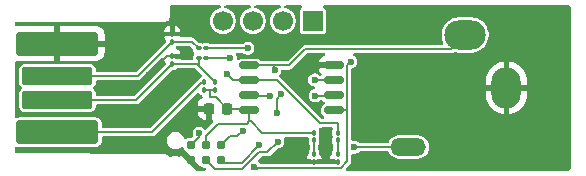
<source format=gbr>
%TF.GenerationSoftware,KiCad,Pcbnew,9.0.6*%
%TF.CreationDate,2025-12-12T19:26:18-08:00*%
%TF.ProjectId,iambic-controller-board,69616d62-6963-42d6-936f-6e74726f6c6c,1.0*%
%TF.SameCoordinates,Original*%
%TF.FileFunction,Copper,L1,Top*%
%TF.FilePolarity,Positive*%
%FSLAX46Y46*%
G04 Gerber Fmt 4.6, Leading zero omitted, Abs format (unit mm)*
G04 Created by KiCad (PCBNEW 9.0.6) date 2025-12-12 19:26:18*
%MOMM*%
%LPD*%
G01*
G04 APERTURE LIST*
G04 Aperture macros list*
%AMRoundRect*
0 Rectangle with rounded corners*
0 $1 Rounding radius*
0 $2 $3 $4 $5 $6 $7 $8 $9 X,Y pos of 4 corners*
0 Add a 4 corners polygon primitive as box body*
4,1,4,$2,$3,$4,$5,$6,$7,$8,$9,$2,$3,0*
0 Add four circle primitives for the rounded corners*
1,1,$1+$1,$2,$3*
1,1,$1+$1,$4,$5*
1,1,$1+$1,$6,$7*
1,1,$1+$1,$8,$9*
0 Add four rect primitives between the rounded corners*
20,1,$1+$1,$2,$3,$4,$5,0*
20,1,$1+$1,$4,$5,$6,$7,0*
20,1,$1+$1,$6,$7,$8,$9,0*
20,1,$1+$1,$8,$9,$2,$3,0*%
G04 Aperture macros list end*
%TA.AperFunction,SMDPad,CuDef*%
%ADD10RoundRect,0.225000X-0.225000X-0.250000X0.225000X-0.250000X0.225000X0.250000X-0.225000X0.250000X0*%
%TD*%
%TA.AperFunction,SMDPad,CuDef*%
%ADD11RoundRect,0.162500X0.650000X0.162500X-0.650000X0.162500X-0.650000X-0.162500X0.650000X-0.162500X0*%
%TD*%
%TA.AperFunction,SMDPad,CuDef*%
%ADD12RoundRect,0.100000X0.100000X-0.130000X0.100000X0.130000X-0.100000X0.130000X-0.100000X-0.130000X0*%
%TD*%
%TA.AperFunction,SMDPad,CuDef*%
%ADD13RoundRect,0.100000X-0.100000X0.130000X-0.100000X-0.130000X0.100000X-0.130000X0.100000X0.130000X0*%
%TD*%
%TA.AperFunction,SMDPad,CuDef*%
%ADD14RoundRect,0.100000X-0.130000X-0.100000X0.130000X-0.100000X0.130000X0.100000X-0.130000X0.100000X0*%
%TD*%
%TA.AperFunction,ComponentPad*%
%ADD15O,3.500000X2.500000*%
%TD*%
%TA.AperFunction,ComponentPad*%
%ADD16O,2.500000X3.500000*%
%TD*%
%TA.AperFunction,ComponentPad*%
%ADD17O,3.000000X1.500000*%
%TD*%
%TA.AperFunction,ComponentPad*%
%ADD18R,1.700000X1.700000*%
%TD*%
%TA.AperFunction,ComponentPad*%
%ADD19C,1.700000*%
%TD*%
%TA.AperFunction,ConnectorPad*%
%ADD20C,0.787400*%
%TD*%
%TA.AperFunction,SMDPad,CuDef*%
%ADD21RoundRect,0.300000X-3.200000X-0.700000X3.200000X-0.700000X3.200000X0.700000X-3.200000X0.700000X0*%
%TD*%
%TA.AperFunction,SMDPad,CuDef*%
%ADD22RoundRect,0.225000X-2.775000X-0.525000X2.775000X-0.525000X2.775000X0.525000X-2.775000X0.525000X0*%
%TD*%
%TA.AperFunction,ViaPad*%
%ADD23C,0.600000*%
%TD*%
%TA.AperFunction,Conductor*%
%ADD24C,0.200000*%
%TD*%
G04 APERTURE END LIST*
D10*
%TO.P,C5,2*%
%TO.N,VCC5V*%
X150350000Y-101750000D03*
%TO.P,C5,1*%
%TO.N,GND*%
X148800000Y-101750000D03*
%TD*%
D11*
%TO.P,U2,8,VCC*%
%TO.N,VCC5V*%
X152225000Y-101905000D03*
%TO.P,U2,7,PB2*%
%TO.N,/AUDIO_RING*%
X152225000Y-100635000D03*
%TO.P,U2,6,PB1*%
%TO.N,/MISO*%
X152225000Y-99365000D03*
%TO.P,U2,5,AREF/PB0*%
%TO.N,/AUDIO_TIP*%
X152225000Y-98095000D03*
%TO.P,U2,4,GND*%
%TO.N,GND*%
X159400000Y-98095000D03*
%TO.P,U2,3,XTAL2/PB4*%
%TO.N,/USB_DP*%
X159400000Y-99365000D03*
%TO.P,U2,2,XTAL1/PB3*%
%TO.N,/USB_DN*%
X159400000Y-100635000D03*
%TO.P,U2,1,~{RESET}/PB5*%
%TO.N,/RESET*%
X159400000Y-101905000D03*
%TD*%
D12*
%TO.P,D4,1,K*%
%TO.N,Net-(D4-K)*%
X157700000Y-104445000D03*
%TO.P,D4,2,A*%
%TO.N,VCC5V*%
X157700000Y-103805000D03*
%TD*%
D13*
%TO.P,R4,2*%
%TO.N,GND*%
X157700000Y-106245000D03*
%TO.P,R4,1*%
%TO.N,Net-(D4-K)*%
X157700000Y-105605000D03*
%TD*%
D14*
%TO.P,R3,1*%
%TO.N,Net-(D2-K)*%
X147930000Y-96650000D03*
%TO.P,R3,2*%
%TO.N,/USB_DP*%
X148570000Y-96650000D03*
%TD*%
D12*
%TO.P,D3,1,K*%
%TO.N,Net-(D3-K)*%
X145700000Y-97970000D03*
%TO.P,D3,2,A*%
%TO.N,GND*%
X145700000Y-97330000D03*
%TD*%
%TO.P,D5,1,K*%
%TO.N,Net-(D5-K)*%
X159700000Y-104445000D03*
%TO.P,D5,2,A*%
%TO.N,/MISO*%
X159700000Y-103805000D03*
%TD*%
D13*
%TO.P,R5,1*%
%TO.N,Net-(D5-K)*%
X159700000Y-105605000D03*
%TO.P,R5,2*%
%TO.N,GND*%
X159700000Y-106245000D03*
%TD*%
D14*
%TO.P,R2,1*%
%TO.N,Net-(D3-K)*%
X147930000Y-97475000D03*
%TO.P,R2,2*%
%TO.N,/USB_DN*%
X148570000Y-97475000D03*
%TD*%
D12*
%TO.P,R1,1*%
%TO.N,VCC5V*%
X149350000Y-100175000D03*
%TO.P,R1,2*%
%TO.N,Net-(D3-K)*%
X149350000Y-99535000D03*
%TD*%
D15*
%TO.P,J2,T*%
%TO.N,/AUDIO_TIP*%
X170500000Y-95500000D03*
D16*
%TO.P,J2,S*%
%TO.N,GND*%
X174000000Y-100000000D03*
D17*
%TO.P,J2,R*%
%TO.N,/AUDIO_RING*%
X165700000Y-105000000D03*
%TD*%
D18*
%TO.P,J1,1,Pin_1*%
%TO.N,/RESET*%
X157600000Y-94325000D03*
D19*
%TO.P,J1,2,Pin_2*%
%TO.N,/USB_DP*%
X155060000Y-94325000D03*
%TO.P,J1,3,Pin_3*%
%TO.N,/USB_DN*%
X152520000Y-94325000D03*
%TO.P,J1,4,Pin_4*%
%TO.N,/MISO*%
X149980000Y-94325000D03*
%TD*%
D12*
%TO.P,D2,1,K*%
%TO.N,Net-(D2-K)*%
X145700000Y-96070000D03*
%TO.P,D2,2,A*%
%TO.N,GND*%
X145700000Y-95430000D03*
%TD*%
%TO.P,D1,1,K*%
%TO.N,VCC5V*%
X148400000Y-100165000D03*
%TO.P,D1,2,A*%
%TO.N,Net-(D1-A)*%
X148400000Y-99525000D03*
%TD*%
D20*
%TO.P,J3,6,Pin_6*%
%TO.N,GND*%
X147255000Y-106110000D03*
%TO.P,J3,5,Pin_5*%
%TO.N,/RESET*%
X147255000Y-104840000D03*
%TO.P,J3,4,Pin_4*%
%TO.N,/AUDIO_TIP*%
X148525000Y-106110000D03*
%TO.P,J3,3,Pin_3*%
%TO.N,VCC5V*%
X148525000Y-104840000D03*
%TO.P,J3,2,Pin_2*%
%TO.N,/AUDIO_RING*%
X149795000Y-106110000D03*
%TO.P,J3,1,Pin_1*%
%TO.N,/MISO*%
X149795000Y-104840000D03*
%TD*%
D21*
%TO.P,U1,4,GND*%
%TO.N,GND*%
X135975000Y-96250000D03*
D22*
%TO.P,U1,3,D+*%
%TO.N,Net-(D2-K)*%
X135975000Y-99000000D03*
%TO.P,U1,2,D-*%
%TO.N,Net-(D3-K)*%
X135975000Y-101000000D03*
D21*
%TO.P,U1,1,VBUS*%
%TO.N,Net-(D1-A)*%
X135975000Y-103750000D03*
%TD*%
D23*
%TO.N,GND*%
X146450000Y-102375000D03*
%TO.N,/AUDIO_TIP*%
X154552378Y-102097622D03*
X154927378Y-100522622D03*
X154375000Y-98500000D03*
X154650000Y-104550000D03*
%TO.N,GND*%
X156975000Y-106183500D03*
%TO.N,/AUDIO_RING*%
X153025000Y-104870000D03*
%TO.N,GND*%
X158000000Y-98100000D03*
%TO.N,/AUDIO_RING*%
X161105000Y-105025000D03*
%TO.N,/RESET*%
X160825000Y-97775000D03*
%TO.N,GND*%
X143700000Y-98925000D03*
X144300000Y-96275000D03*
%TO.N,/RESET*%
X152650000Y-106700000D03*
X147975000Y-103850000D03*
%TO.N,/AUDIO_RING*%
X153950000Y-100675000D03*
%TO.N,/MISO*%
X151650000Y-103675000D03*
X150325000Y-98850000D03*
%TO.N,/USB_DN*%
X157825000Y-100650000D03*
X150600000Y-97425000D03*
%TO.N,/USB_DP*%
X157750000Y-99325000D03*
X152100000Y-96650000D03*
%TD*%
D24*
%TO.N,GND*%
X143700000Y-98925000D02*
X145295000Y-97330000D01*
X145295000Y-97330000D02*
X145700000Y-97330000D01*
%TO.N,VCC5V*%
X152225000Y-102825000D02*
X152000000Y-103050000D01*
%TO.N,GND*%
X145138700Y-103686300D02*
X146450000Y-102375000D01*
%TO.N,VCC5V*%
X152350000Y-102825000D02*
X153337500Y-103812500D01*
X152225000Y-101905000D02*
X152225000Y-102825000D01*
X152225000Y-102825000D02*
X152350000Y-102825000D01*
%TO.N,GND*%
X145700000Y-95430000D02*
X145145000Y-95430000D01*
X145145000Y-95430000D02*
X144300000Y-96275000D01*
X144300000Y-96275000D02*
X139950000Y-96275000D01*
X139925000Y-96250000D02*
X135975000Y-96250000D01*
X144300000Y-96275000D02*
X144300000Y-96185000D01*
X139950000Y-96275000D02*
X139925000Y-96250000D01*
%TO.N,/AUDIO_TIP*%
X148525000Y-106110000D02*
X149314000Y-106899000D01*
X154552378Y-102097622D02*
X154552378Y-100897622D01*
X154350000Y-98095000D02*
X152225000Y-98095000D01*
X154375000Y-98500000D02*
X154350000Y-98475000D01*
X154552378Y-100897622D02*
X154927378Y-100522622D01*
X151629341Y-106899000D02*
X153077341Y-105451000D01*
X153077341Y-105451000D02*
X153749000Y-105451000D01*
X153749000Y-105451000D02*
X154650000Y-104550000D01*
X149314000Y-106899000D02*
X151629341Y-106899000D01*
X154350000Y-98475000D02*
X154350000Y-98095000D01*
%TO.N,/AUDIO_RING*%
X153025000Y-104870000D02*
X151573700Y-106321300D01*
X151573700Y-106321300D02*
X150006300Y-106321300D01*
X150006300Y-106321300D02*
X149795000Y-106110000D01*
%TO.N,GND*%
X157044000Y-106252500D02*
X156975000Y-106183500D01*
%TO.N,/MISO*%
X151650000Y-103675000D02*
X151225000Y-104100000D01*
X151225000Y-104100000D02*
X150600000Y-104100000D01*
X150600000Y-104100000D02*
X149860000Y-104840000D01*
X149860000Y-104840000D02*
X149795000Y-104840000D01*
%TO.N,GND*%
X159400000Y-98095000D02*
X158005000Y-98095000D01*
X158005000Y-98095000D02*
X158000000Y-98100000D01*
%TO.N,/AUDIO_RING*%
X161130000Y-105000000D02*
X161105000Y-105025000D01*
X165700000Y-105000000D02*
X161130000Y-105000000D01*
%TO.N,/RESET*%
X160525000Y-98075000D02*
X160525000Y-101900000D01*
X159400000Y-101905000D02*
X160520000Y-101905000D01*
X160520000Y-101905000D02*
X160525000Y-101900000D01*
X160525000Y-106191586D02*
X159953086Y-106763500D01*
X159953086Y-106763500D02*
X152713500Y-106763500D01*
X160825000Y-97775000D02*
X160525000Y-98075000D01*
X160525000Y-101900000D02*
X160525000Y-106191586D01*
X152713500Y-106763500D02*
X152650000Y-106700000D01*
%TO.N,GND*%
X148800000Y-101750000D02*
X147075000Y-101750000D01*
X147075000Y-101750000D02*
X146450000Y-102375000D01*
X147255000Y-106110000D02*
X146450300Y-105305300D01*
X146450300Y-105305300D02*
X145634451Y-105305300D01*
X145138700Y-104809549D02*
X145138700Y-103686300D01*
X145634451Y-105305300D02*
X145138700Y-104809549D01*
%TO.N,/RESET*%
X152849000Y-106899000D02*
X152650000Y-106700000D01*
X147975000Y-103850000D02*
X147975000Y-104120000D01*
X147975000Y-104120000D02*
X147255000Y-104840000D01*
%TO.N,GND*%
X157707500Y-106237500D02*
X157700000Y-106245000D01*
%TO.N,Net-(D4-K)*%
X157700000Y-104445000D02*
X157700000Y-105605000D01*
%TO.N,Net-(D5-K)*%
X159700000Y-104445000D02*
X159700000Y-105605000D01*
%TO.N,VCC5V*%
X148530000Y-104070000D02*
X148530000Y-104835000D01*
X152000000Y-103050000D02*
X149550000Y-103050000D01*
X148530000Y-104835000D02*
X148525000Y-104840000D01*
X149550000Y-103050000D02*
X148530000Y-104070000D01*
%TO.N,/AUDIO_RING*%
X153950000Y-100675000D02*
X152265000Y-100675000D01*
X152265000Y-100675000D02*
X152225000Y-100635000D01*
%TO.N,/AUDIO_TIP*%
X169300000Y-96700000D02*
X156975000Y-96700000D01*
X170500000Y-95500000D02*
X169300000Y-96700000D01*
X156975000Y-96700000D02*
X155580000Y-98095000D01*
X155580000Y-98095000D02*
X154350000Y-98095000D01*
%TO.N,/MISO*%
X158250000Y-102975000D02*
X159700000Y-102975000D01*
X158225000Y-103000000D02*
X158250000Y-102975000D01*
X152225000Y-99365000D02*
X154590000Y-99365000D01*
X154590000Y-99365000D02*
X158225000Y-103000000D01*
X159700000Y-102975000D02*
X159700000Y-103805000D01*
X150325000Y-98850000D02*
X150840000Y-99365000D01*
X150840000Y-99365000D02*
X152225000Y-99365000D01*
%TO.N,/USB_DN*%
X148570000Y-97475000D02*
X150550000Y-97475000D01*
X157825000Y-100650000D02*
X159385000Y-100650000D01*
X150550000Y-97475000D02*
X150600000Y-97425000D01*
X159385000Y-100650000D02*
X159400000Y-100635000D01*
%TO.N,/USB_DP*%
X148570000Y-96650000D02*
X152100000Y-96650000D01*
X157750000Y-99325000D02*
X159360000Y-99325000D01*
X159360000Y-99325000D02*
X159400000Y-99365000D01*
%TO.N,Net-(D2-K)*%
X145700000Y-96070000D02*
X147350000Y-96070000D01*
X147350000Y-96070000D02*
X147930000Y-96650000D01*
%TO.N,Net-(D3-K)*%
X149350000Y-99535000D02*
X147930000Y-98115000D01*
X147930000Y-98115000D02*
X147930000Y-97475000D01*
%TO.N,Net-(D2-K)*%
X135975000Y-99000000D02*
X142770000Y-99000000D01*
X142770000Y-99000000D02*
X145700000Y-96070000D01*
%TO.N,Net-(D3-K)*%
X135975000Y-101000000D02*
X142670000Y-101000000D01*
X142670000Y-101000000D02*
X145700000Y-97970000D01*
%TO.N,VCC5V*%
X150350000Y-101750000D02*
X152070000Y-101750000D01*
X152070000Y-101750000D02*
X152225000Y-101905000D01*
X148875000Y-100165000D02*
X148875000Y-100800000D01*
X148400000Y-100165000D02*
X148875000Y-100165000D01*
X148875000Y-100800000D02*
X149400000Y-100800000D01*
X149400000Y-100800000D02*
X150350000Y-101750000D01*
X148875000Y-100165000D02*
X149340000Y-100165000D01*
X149340000Y-100165000D02*
X149350000Y-100175000D01*
%TO.N,Net-(D1-A)*%
X135975000Y-103750000D02*
X143975001Y-103750000D01*
X143975001Y-103750000D02*
X148200001Y-99525000D01*
X148200001Y-99525000D02*
X148400000Y-99525000D01*
%TO.N,Net-(D3-K)*%
X147785000Y-97970000D02*
X145700000Y-97970000D01*
X147930000Y-98115000D02*
X147785000Y-97970000D01*
%TO.N,VCC5V*%
X153345000Y-103805000D02*
X157700000Y-103805000D01*
X153337500Y-103812500D02*
X153345000Y-103805000D01*
%TO.N,GND*%
X157700000Y-106245000D02*
X159700000Y-106245000D01*
X157036500Y-106245000D02*
X156975000Y-106183500D01*
X157700000Y-106245000D02*
X157036500Y-106245000D01*
%TD*%
%TA.AperFunction,Conductor*%
%TO.N,GND*%
G36*
X147923264Y-100399931D02*
G01*
X147979197Y-100441803D01*
X147991328Y-100461648D01*
X148010802Y-100501483D01*
X148010803Y-100501485D01*
X148093514Y-100584196D01*
X148093515Y-100584196D01*
X148093517Y-100584198D01*
X148198607Y-100635573D01*
X148198608Y-100635573D01*
X148202041Y-100636634D01*
X148205593Y-100638988D01*
X148207258Y-100639802D01*
X148207151Y-100640020D01*
X148260282Y-100675231D01*
X148288411Y-100739188D01*
X148277496Y-100808200D01*
X148231003Y-100860356D01*
X148230535Y-100860646D01*
X148122268Y-100927426D01*
X148002427Y-101047267D01*
X148002424Y-101047271D01*
X147913457Y-101191507D01*
X147913452Y-101191518D01*
X147860144Y-101352393D01*
X147850000Y-101451677D01*
X147850000Y-101500000D01*
X148676000Y-101500000D01*
X148743039Y-101519685D01*
X148788794Y-101572489D01*
X148800000Y-101624000D01*
X148800000Y-101750000D01*
X148926000Y-101750000D01*
X148993039Y-101769685D01*
X149038794Y-101822489D01*
X149050000Y-101874000D01*
X149050000Y-102724999D01*
X149073296Y-102724999D01*
X149073804Y-102724973D01*
X149073913Y-102724999D01*
X149076470Y-102724999D01*
X149076470Y-102725609D01*
X149141762Y-102741205D01*
X149190157Y-102791601D01*
X149203622Y-102860161D01*
X149177884Y-102925117D01*
X149167824Y-102936492D01*
X148591601Y-103512715D01*
X148530278Y-103546200D01*
X148460586Y-103541216D01*
X148416239Y-103512715D01*
X148313017Y-103409493D01*
X148313011Y-103409488D01*
X148187488Y-103337017D01*
X148187489Y-103337017D01*
X148150146Y-103327011D01*
X148047475Y-103299500D01*
X147902525Y-103299500D01*
X147799854Y-103327011D01*
X147762511Y-103337017D01*
X147636988Y-103409488D01*
X147636982Y-103409493D01*
X147534493Y-103511982D01*
X147534488Y-103511988D01*
X147462017Y-103637511D01*
X147462016Y-103637515D01*
X147424500Y-103777525D01*
X147424500Y-103922475D01*
X147455025Y-104036393D01*
X147456227Y-104040879D01*
X147454564Y-104110729D01*
X147415402Y-104168592D01*
X147351173Y-104196096D01*
X147324301Y-104196376D01*
X147318451Y-104195800D01*
X147318448Y-104195800D01*
X147191552Y-104195800D01*
X147191547Y-104195800D01*
X147067101Y-104220554D01*
X147067089Y-104220557D01*
X146949860Y-104269115D01*
X146889880Y-104309192D01*
X146823202Y-104330069D01*
X146755822Y-104311584D01*
X146709133Y-104259605D01*
X146702327Y-104242077D01*
X146702141Y-104241465D01*
X146702140Y-104241458D01*
X146654685Y-104126892D01*
X146645921Y-104105733D01*
X146645916Y-104105724D01*
X146564301Y-103983580D01*
X146564298Y-103983576D01*
X146460423Y-103879701D01*
X146460419Y-103879698D01*
X146338275Y-103798083D01*
X146338266Y-103798078D01*
X146227611Y-103752244D01*
X146202542Y-103741860D01*
X146202538Y-103741859D01*
X146202534Y-103741858D01*
X146058459Y-103713200D01*
X146058455Y-103713200D01*
X145911545Y-103713200D01*
X145911540Y-103713200D01*
X145767465Y-103741858D01*
X145767455Y-103741861D01*
X145631733Y-103798078D01*
X145631724Y-103798083D01*
X145509580Y-103879698D01*
X145509576Y-103879701D01*
X145405701Y-103983576D01*
X145405698Y-103983580D01*
X145324083Y-104105724D01*
X145324078Y-104105733D01*
X145267861Y-104241455D01*
X145267858Y-104241465D01*
X145239200Y-104385540D01*
X145239200Y-104532459D01*
X145267858Y-104676534D01*
X145267861Y-104676544D01*
X145324078Y-104812266D01*
X145324083Y-104812275D01*
X145405698Y-104934419D01*
X145405701Y-104934423D01*
X145509576Y-105038298D01*
X145509580Y-105038301D01*
X145631724Y-105119916D01*
X145631730Y-105119919D01*
X145631731Y-105119920D01*
X145767458Y-105176140D01*
X145911540Y-105204799D01*
X145911544Y-105204800D01*
X145911545Y-105204800D01*
X146058456Y-105204800D01*
X146058457Y-105204799D01*
X146202542Y-105176140D01*
X146338269Y-105119920D01*
X146460420Y-105038301D01*
X146460423Y-105038298D01*
X146465091Y-105034468D01*
X146529400Y-105007152D01*
X146598268Y-105018941D01*
X146649829Y-105066091D01*
X146658320Y-105082865D01*
X146684117Y-105145144D01*
X146754613Y-105250649D01*
X146754619Y-105250657D01*
X146781627Y-105277665D01*
X146788133Y-105289580D01*
X147218681Y-105720127D01*
X147252166Y-105781450D01*
X147255000Y-105807808D01*
X147255000Y-106110000D01*
X147557192Y-106110000D01*
X147624231Y-106129685D01*
X147644873Y-106146319D01*
X148067465Y-106568912D01*
X148087333Y-106583371D01*
X148114342Y-106610380D01*
X148114350Y-106610386D01*
X148219855Y-106680882D01*
X148219858Y-106680884D01*
X148337089Y-106729442D01*
X148337094Y-106729444D01*
X148393580Y-106740679D01*
X148459956Y-106753883D01*
X148521867Y-106786268D01*
X148556441Y-106846983D01*
X148552702Y-106916753D01*
X148511836Y-106973425D01*
X148446818Y-106999006D01*
X148435765Y-106999500D01*
X147813993Y-106999500D01*
X147746954Y-106979815D01*
X147701199Y-106927011D01*
X147697747Y-106906301D01*
X146469064Y-105677618D01*
X146463013Y-105686675D01*
X146441496Y-105738622D01*
X146397654Y-105793025D01*
X146331360Y-105815089D01*
X146279483Y-105805729D01*
X146202548Y-105773862D01*
X146202544Y-105773860D01*
X146202542Y-105773860D01*
X146202538Y-105773859D01*
X146202534Y-105773858D01*
X146058459Y-105745200D01*
X146058455Y-105745200D01*
X145911545Y-105745200D01*
X145911540Y-105745200D01*
X145767465Y-105773858D01*
X145767455Y-105773861D01*
X145631733Y-105830078D01*
X145631719Y-105830086D01*
X145590789Y-105857435D01*
X145578804Y-105861187D01*
X145568999Y-105869040D01*
X145546089Y-105871431D01*
X145524112Y-105878313D01*
X145511999Y-105874989D01*
X145499507Y-105876294D01*
X145478943Y-105865921D01*
X145456732Y-105859828D01*
X145446842Y-105849728D01*
X145437124Y-105844827D01*
X145416948Y-105819203D01*
X145415063Y-105817278D01*
X145414553Y-105816413D01*
X145402834Y-105795752D01*
X145401705Y-105794606D01*
X145400774Y-105793025D01*
X145400572Y-105792758D01*
X145355608Y-105747794D01*
X145354941Y-105747122D01*
X145310364Y-105701859D01*
X145308517Y-105700419D01*
X145308516Y-105700418D01*
X145307411Y-105699556D01*
X145252342Y-105667762D01*
X145251525Y-105667286D01*
X145201312Y-105637782D01*
X145196741Y-105635096D01*
X145196740Y-105635095D01*
X145196739Y-105635095D01*
X145194546Y-105634167D01*
X145194545Y-105634166D01*
X145193290Y-105633635D01*
X145131821Y-105617163D01*
X145131821Y-105617164D01*
X145131284Y-105617020D01*
X145069711Y-105600018D01*
X145067773Y-105600003D01*
X145065896Y-105599500D01*
X145065892Y-105599500D01*
X145002276Y-105599500D01*
X145001329Y-105599496D01*
X132523553Y-105504245D01*
X132456666Y-105484050D01*
X132411316Y-105430898D01*
X132400500Y-105380249D01*
X132400500Y-105076268D01*
X132420185Y-105009229D01*
X132472989Y-104963474D01*
X132542147Y-104953530D01*
X132569986Y-104960912D01*
X132643436Y-104989877D01*
X132731898Y-105000500D01*
X132731903Y-105000500D01*
X139218097Y-105000500D01*
X139218102Y-105000500D01*
X139306564Y-104989877D01*
X139447342Y-104934361D01*
X139567922Y-104842922D01*
X139659361Y-104722342D01*
X139714877Y-104581564D01*
X139725500Y-104493102D01*
X139725500Y-104224500D01*
X139745185Y-104157461D01*
X139797989Y-104111706D01*
X139849500Y-104100500D01*
X144021143Y-104100500D01*
X144021145Y-104100500D01*
X144110289Y-104076614D01*
X144190213Y-104030470D01*
X146172360Y-102048322D01*
X147850001Y-102048322D01*
X147860144Y-102147607D01*
X147913452Y-102308481D01*
X147913457Y-102308492D01*
X148002424Y-102452728D01*
X148002427Y-102452732D01*
X148122267Y-102572572D01*
X148122271Y-102572575D01*
X148266507Y-102661542D01*
X148266518Y-102661547D01*
X148427393Y-102714855D01*
X148526683Y-102724999D01*
X148550000Y-102724998D01*
X148550000Y-102000000D01*
X147850001Y-102000000D01*
X147850001Y-102048322D01*
X146172360Y-102048322D01*
X147792251Y-100428430D01*
X147853572Y-100394947D01*
X147923264Y-100399931D01*
G37*
%TD.AperFunction*%
%TA.AperFunction,Conductor*%
G36*
X149799141Y-93020185D02*
G01*
X149844896Y-93072989D01*
X149854840Y-93142147D01*
X149825815Y-93205703D01*
X149767037Y-93243477D01*
X149751499Y-93246973D01*
X149722303Y-93251596D01*
X149722302Y-93251597D01*
X149557552Y-93305128D01*
X149403211Y-93383768D01*
X149334613Y-93433608D01*
X149263072Y-93485586D01*
X149263070Y-93485588D01*
X149263069Y-93485588D01*
X149140588Y-93608069D01*
X149140588Y-93608070D01*
X149140586Y-93608072D01*
X149096859Y-93668256D01*
X149038768Y-93748211D01*
X148960128Y-93902552D01*
X148906597Y-94067302D01*
X148879500Y-94238389D01*
X148879500Y-94411610D01*
X148897061Y-94522490D01*
X148906598Y-94582701D01*
X148960127Y-94747445D01*
X149038768Y-94901788D01*
X149140586Y-95041928D01*
X149263072Y-95164414D01*
X149403212Y-95266232D01*
X149557555Y-95344873D01*
X149722299Y-95398402D01*
X149893389Y-95425500D01*
X149893390Y-95425500D01*
X150066610Y-95425500D01*
X150066611Y-95425500D01*
X150237701Y-95398402D01*
X150402445Y-95344873D01*
X150556788Y-95266232D01*
X150696928Y-95164414D01*
X150819414Y-95041928D01*
X150921232Y-94901788D01*
X150999873Y-94747445D01*
X151053402Y-94582701D01*
X151080500Y-94411611D01*
X151080500Y-94238389D01*
X151053402Y-94067299D01*
X150999873Y-93902555D01*
X150921232Y-93748212D01*
X150819414Y-93608072D01*
X150696928Y-93485586D01*
X150556788Y-93383768D01*
X150402445Y-93305127D01*
X150237701Y-93251598D01*
X150237699Y-93251597D01*
X150237697Y-93251597D01*
X150237696Y-93251596D01*
X150208501Y-93246973D01*
X150145366Y-93217044D01*
X150108434Y-93157733D01*
X150109432Y-93087870D01*
X150148041Y-93029637D01*
X150212005Y-93001523D01*
X150227898Y-93000500D01*
X152272102Y-93000500D01*
X152339141Y-93020185D01*
X152384896Y-93072989D01*
X152394840Y-93142147D01*
X152365815Y-93205703D01*
X152307037Y-93243477D01*
X152291499Y-93246973D01*
X152262303Y-93251596D01*
X152262302Y-93251597D01*
X152097552Y-93305128D01*
X151943211Y-93383768D01*
X151874613Y-93433608D01*
X151803072Y-93485586D01*
X151803070Y-93485588D01*
X151803069Y-93485588D01*
X151680588Y-93608069D01*
X151680588Y-93608070D01*
X151680586Y-93608072D01*
X151636859Y-93668256D01*
X151578768Y-93748211D01*
X151500128Y-93902552D01*
X151446597Y-94067302D01*
X151419500Y-94238389D01*
X151419500Y-94411610D01*
X151437061Y-94522490D01*
X151446598Y-94582701D01*
X151500127Y-94747445D01*
X151578768Y-94901788D01*
X151680586Y-95041928D01*
X151803072Y-95164414D01*
X151943212Y-95266232D01*
X152097555Y-95344873D01*
X152262299Y-95398402D01*
X152433389Y-95425500D01*
X152433390Y-95425500D01*
X152606610Y-95425500D01*
X152606611Y-95425500D01*
X152777701Y-95398402D01*
X152942445Y-95344873D01*
X153096788Y-95266232D01*
X153236928Y-95164414D01*
X153359414Y-95041928D01*
X153461232Y-94901788D01*
X153539873Y-94747445D01*
X153593402Y-94582701D01*
X153620500Y-94411611D01*
X153620500Y-94238389D01*
X153593402Y-94067299D01*
X153539873Y-93902555D01*
X153461232Y-93748212D01*
X153359414Y-93608072D01*
X153236928Y-93485586D01*
X153096788Y-93383768D01*
X152942445Y-93305127D01*
X152777701Y-93251598D01*
X152777699Y-93251597D01*
X152777697Y-93251597D01*
X152777696Y-93251596D01*
X152748501Y-93246973D01*
X152685366Y-93217044D01*
X152648434Y-93157733D01*
X152649432Y-93087870D01*
X152688041Y-93029637D01*
X152752005Y-93001523D01*
X152767898Y-93000500D01*
X154812102Y-93000500D01*
X154879141Y-93020185D01*
X154924896Y-93072989D01*
X154934840Y-93142147D01*
X154905815Y-93205703D01*
X154847037Y-93243477D01*
X154831499Y-93246973D01*
X154802303Y-93251596D01*
X154802302Y-93251597D01*
X154637552Y-93305128D01*
X154483211Y-93383768D01*
X154414613Y-93433608D01*
X154343072Y-93485586D01*
X154343070Y-93485588D01*
X154343069Y-93485588D01*
X154220588Y-93608069D01*
X154220588Y-93608070D01*
X154220586Y-93608072D01*
X154176859Y-93668256D01*
X154118768Y-93748211D01*
X154040128Y-93902552D01*
X153986597Y-94067302D01*
X153959500Y-94238389D01*
X153959500Y-94411610D01*
X153977061Y-94522490D01*
X153986598Y-94582701D01*
X154040127Y-94747445D01*
X154118768Y-94901788D01*
X154220586Y-95041928D01*
X154343072Y-95164414D01*
X154483212Y-95266232D01*
X154637555Y-95344873D01*
X154802299Y-95398402D01*
X154973389Y-95425500D01*
X154973390Y-95425500D01*
X155146610Y-95425500D01*
X155146611Y-95425500D01*
X155317701Y-95398402D01*
X155482445Y-95344873D01*
X155636788Y-95266232D01*
X155776928Y-95164414D01*
X155899414Y-95041928D01*
X156001232Y-94901788D01*
X156079873Y-94747445D01*
X156133402Y-94582701D01*
X156160500Y-94411611D01*
X156160500Y-94238389D01*
X156133402Y-94067299D01*
X156079873Y-93902555D01*
X156001232Y-93748212D01*
X155899414Y-93608072D01*
X155776928Y-93485586D01*
X155636788Y-93383768D01*
X155482445Y-93305127D01*
X155317701Y-93251598D01*
X155317699Y-93251597D01*
X155317697Y-93251597D01*
X155317696Y-93251596D01*
X155288501Y-93246973D01*
X155225366Y-93217044D01*
X155188434Y-93157733D01*
X155189432Y-93087870D01*
X155228041Y-93029637D01*
X155292005Y-93001523D01*
X155307898Y-93000500D01*
X156604741Y-93000500D01*
X156671780Y-93020185D01*
X156717535Y-93072989D01*
X156727479Y-93142147D01*
X156698454Y-93205703D01*
X156662163Y-93231872D01*
X156662415Y-93232249D01*
X156652260Y-93239033D01*
X156652260Y-93239034D01*
X156622863Y-93258676D01*
X156569399Y-93294399D01*
X156514033Y-93377260D01*
X156514032Y-93377264D01*
X156499500Y-93450321D01*
X156499500Y-95199678D01*
X156514032Y-95272735D01*
X156514033Y-95272739D01*
X156514034Y-95272740D01*
X156569399Y-95355601D01*
X156652260Y-95410966D01*
X156652264Y-95410967D01*
X156725321Y-95425499D01*
X156725324Y-95425500D01*
X156725326Y-95425500D01*
X158474676Y-95425500D01*
X158474677Y-95425499D01*
X158547740Y-95410966D01*
X158630601Y-95355601D01*
X158685966Y-95272740D01*
X158700500Y-95199674D01*
X158700500Y-93450326D01*
X158700500Y-93450323D01*
X158700499Y-93450321D01*
X158685967Y-93377264D01*
X158685966Y-93377260D01*
X158630601Y-93294399D01*
X158547740Y-93239034D01*
X158547739Y-93239033D01*
X158537585Y-93232249D01*
X158538203Y-93231322D01*
X158493402Y-93195219D01*
X158471338Y-93128924D01*
X158488618Y-93061225D01*
X158539756Y-93013615D01*
X158595259Y-93000500D01*
X179241324Y-93000500D01*
X179270764Y-93009144D01*
X179300751Y-93015668D01*
X179305766Y-93019422D01*
X179308363Y-93020185D01*
X179329005Y-93036819D01*
X179463181Y-93170995D01*
X179496666Y-93232318D01*
X179499500Y-93258676D01*
X179499500Y-106741324D01*
X179479815Y-106808363D01*
X179463181Y-106829005D01*
X179329005Y-106963181D01*
X179267682Y-106996666D01*
X179241324Y-106999500D01*
X160512130Y-106999500D01*
X160445091Y-106979815D01*
X160399336Y-106927011D01*
X160389392Y-106857853D01*
X160418417Y-106794297D01*
X160424449Y-106787819D01*
X160601888Y-106610380D01*
X160805470Y-106406798D01*
X160851614Y-106326874D01*
X160875500Y-106237729D01*
X160875500Y-106145442D01*
X160875500Y-105695024D01*
X160895185Y-105627985D01*
X160947989Y-105582230D01*
X161017147Y-105572286D01*
X161031581Y-105575247D01*
X161032525Y-105575500D01*
X161032530Y-105575500D01*
X161177472Y-105575500D01*
X161177475Y-105575500D01*
X161317485Y-105537984D01*
X161443015Y-105465509D01*
X161521706Y-105386818D01*
X161583030Y-105353334D01*
X161609387Y-105350500D01*
X163929395Y-105350500D01*
X163996434Y-105370185D01*
X164042189Y-105422989D01*
X164043939Y-105427009D01*
X164059887Y-105465509D01*
X164063367Y-105473912D01*
X164063371Y-105473919D01*
X164172860Y-105637782D01*
X164312214Y-105777136D01*
X164312218Y-105777139D01*
X164476079Y-105886628D01*
X164476092Y-105886635D01*
X164649276Y-105958369D01*
X164658165Y-105962051D01*
X164658169Y-105962051D01*
X164658170Y-105962052D01*
X164851456Y-106000500D01*
X164851459Y-106000500D01*
X166548543Y-106000500D01*
X166697851Y-105970800D01*
X166741835Y-105962051D01*
X166923914Y-105886632D01*
X167087782Y-105777139D01*
X167227139Y-105637782D01*
X167336632Y-105473914D01*
X167340114Y-105465509D01*
X167366608Y-105401545D01*
X167412051Y-105291835D01*
X167435064Y-105176141D01*
X167450500Y-105098543D01*
X167450500Y-104901456D01*
X167412052Y-104708170D01*
X167412051Y-104708169D01*
X167412051Y-104708165D01*
X167412049Y-104708160D01*
X167336635Y-104526092D01*
X167336628Y-104526079D01*
X167227139Y-104362218D01*
X167227136Y-104362214D01*
X167087785Y-104222863D01*
X167087781Y-104222860D01*
X166923920Y-104113371D01*
X166923907Y-104113364D01*
X166741839Y-104037950D01*
X166741829Y-104037947D01*
X166548543Y-103999500D01*
X166548541Y-103999500D01*
X164851459Y-103999500D01*
X164851457Y-103999500D01*
X164658170Y-104037947D01*
X164658160Y-104037950D01*
X164476092Y-104113364D01*
X164476079Y-104113371D01*
X164312218Y-104222860D01*
X164312214Y-104222863D01*
X164172860Y-104362217D01*
X164063371Y-104526080D01*
X164063367Y-104526087D01*
X164060923Y-104531988D01*
X164043955Y-104572953D01*
X164000116Y-104627355D01*
X163933822Y-104649421D01*
X163929395Y-104649500D01*
X161559386Y-104649500D01*
X161492347Y-104629815D01*
X161471705Y-104613181D01*
X161443017Y-104584493D01*
X161443011Y-104584488D01*
X161317488Y-104512017D01*
X161317489Y-104512017D01*
X161272152Y-104499869D01*
X161177475Y-104474500D01*
X161032525Y-104474500D01*
X161032523Y-104474500D01*
X161031592Y-104474750D01*
X161030775Y-104474730D01*
X161024469Y-104475561D01*
X161024339Y-104474577D01*
X160961742Y-104473087D01*
X160903880Y-104433923D01*
X160876377Y-104369694D01*
X160875500Y-104354975D01*
X160875500Y-99385305D01*
X172250000Y-99385305D01*
X172250000Y-99750000D01*
X173500000Y-99750000D01*
X173500000Y-100250000D01*
X172250000Y-100250000D01*
X172250000Y-100614694D01*
X172250001Y-100614710D01*
X172279942Y-100842137D01*
X172339318Y-101063730D01*
X172427102Y-101275659D01*
X172427106Y-101275668D01*
X172541809Y-101474338D01*
X172681455Y-101656329D01*
X172681461Y-101656336D01*
X172843663Y-101818538D01*
X172843670Y-101818544D01*
X173025661Y-101958190D01*
X173224331Y-102072893D01*
X173224340Y-102072897D01*
X173436269Y-102160681D01*
X173657859Y-102220056D01*
X173657864Y-102220057D01*
X173749999Y-102232186D01*
X173750000Y-102232186D01*
X173750000Y-100933012D01*
X173807007Y-100965925D01*
X173934174Y-101000000D01*
X174065826Y-101000000D01*
X174192993Y-100965925D01*
X174250000Y-100933012D01*
X174250000Y-102232186D01*
X174342135Y-102220057D01*
X174342140Y-102220056D01*
X174563730Y-102160681D01*
X174775659Y-102072897D01*
X174775668Y-102072893D01*
X174974338Y-101958190D01*
X175156329Y-101818544D01*
X175156336Y-101818538D01*
X175318538Y-101656336D01*
X175318544Y-101656329D01*
X175458190Y-101474338D01*
X175572893Y-101275668D01*
X175572897Y-101275659D01*
X175660681Y-101063730D01*
X175720057Y-100842137D01*
X175749998Y-100614710D01*
X175750000Y-100614694D01*
X175750000Y-100250000D01*
X174500000Y-100250000D01*
X174500000Y-99750000D01*
X175750000Y-99750000D01*
X175750000Y-99385305D01*
X175749998Y-99385289D01*
X175720057Y-99157862D01*
X175660681Y-98936269D01*
X175572897Y-98724340D01*
X175572893Y-98724331D01*
X175458190Y-98525661D01*
X175318544Y-98343670D01*
X175318538Y-98343663D01*
X175156336Y-98181461D01*
X175156329Y-98181455D01*
X174974338Y-98041809D01*
X174775668Y-97927106D01*
X174775659Y-97927102D01*
X174563730Y-97839318D01*
X174342137Y-97779942D01*
X174250000Y-97767811D01*
X174250000Y-99066988D01*
X174192993Y-99034075D01*
X174065826Y-99000000D01*
X173934174Y-99000000D01*
X173807007Y-99034075D01*
X173750000Y-99066988D01*
X173750000Y-97767811D01*
X173749999Y-97767811D01*
X173657862Y-97779942D01*
X173436269Y-97839318D01*
X173224340Y-97927102D01*
X173224331Y-97927106D01*
X173025661Y-98041809D01*
X172843670Y-98181455D01*
X172843663Y-98181461D01*
X172681461Y-98343663D01*
X172681455Y-98343670D01*
X172541809Y-98525661D01*
X172427106Y-98724331D01*
X172427102Y-98724340D01*
X172339318Y-98936269D01*
X172279942Y-99157862D01*
X172250001Y-99385289D01*
X172250000Y-99385305D01*
X160875500Y-99385305D01*
X160875500Y-98426536D01*
X160895185Y-98359497D01*
X160947989Y-98313742D01*
X160967396Y-98306764D01*
X161037485Y-98287984D01*
X161163015Y-98215509D01*
X161265509Y-98113015D01*
X161337984Y-97987485D01*
X161375500Y-97847475D01*
X161375500Y-97702525D01*
X161337984Y-97562515D01*
X161331221Y-97550802D01*
X161265511Y-97436988D01*
X161265506Y-97436982D01*
X161163017Y-97334493D01*
X161163015Y-97334491D01*
X161102064Y-97299301D01*
X161071903Y-97281887D01*
X161023687Y-97231320D01*
X161010465Y-97162713D01*
X161036433Y-97097848D01*
X161093347Y-97057320D01*
X161133903Y-97050500D01*
X169346142Y-97050500D01*
X169346144Y-97050500D01*
X169435288Y-97026614D01*
X169515212Y-96980470D01*
X169515218Y-96980463D01*
X169518627Y-96977849D01*
X169522032Y-96976532D01*
X169522251Y-96976406D01*
X169522270Y-96976440D01*
X169583795Y-96952651D01*
X169632439Y-96958291D01*
X169648632Y-96963553D01*
X169729998Y-96976440D01*
X169881903Y-97000500D01*
X169881908Y-97000500D01*
X171118097Y-97000500D01*
X171351368Y-96963553D01*
X171351371Y-96963552D01*
X171575992Y-96890568D01*
X171786433Y-96783343D01*
X171977510Y-96644517D01*
X172144517Y-96477510D01*
X172283343Y-96286433D01*
X172390568Y-96075992D01*
X172463553Y-95851368D01*
X172473348Y-95789527D01*
X172500500Y-95618097D01*
X172500500Y-95381902D01*
X172463553Y-95148631D01*
X172390566Y-94924003D01*
X172315032Y-94775761D01*
X172283343Y-94713567D01*
X172144517Y-94522490D01*
X171977510Y-94355483D01*
X171786433Y-94216657D01*
X171768096Y-94207314D01*
X171575996Y-94109433D01*
X171351368Y-94036446D01*
X171118097Y-93999500D01*
X171118092Y-93999500D01*
X169881908Y-93999500D01*
X169881903Y-93999500D01*
X169648631Y-94036446D01*
X169424003Y-94109433D01*
X169213566Y-94216657D01*
X169104550Y-94295862D01*
X169022490Y-94355483D01*
X169022488Y-94355485D01*
X169022487Y-94355485D01*
X168855485Y-94522487D01*
X168855485Y-94522488D01*
X168855483Y-94522490D01*
X168854023Y-94524500D01*
X168716657Y-94713566D01*
X168609433Y-94924003D01*
X168536446Y-95148631D01*
X168499500Y-95381902D01*
X168499500Y-95618097D01*
X168536446Y-95851368D01*
X168573802Y-95966336D01*
X168609432Y-96075992D01*
X168609433Y-96075995D01*
X168609434Y-96075996D01*
X168656926Y-96169205D01*
X168669822Y-96237875D01*
X168643545Y-96302615D01*
X168586439Y-96342872D01*
X168546441Y-96349500D01*
X156928856Y-96349500D01*
X156839712Y-96373386D01*
X156839709Y-96373387D01*
X156759791Y-96419527D01*
X156759786Y-96419531D01*
X155471137Y-97708181D01*
X155409814Y-97741666D01*
X155383456Y-97744500D01*
X153318450Y-97744500D01*
X153251411Y-97724815D01*
X153218129Y-97693381D01*
X153213287Y-97686716D01*
X153120786Y-97594215D01*
X153120782Y-97594212D01*
X153120781Y-97594211D01*
X153004215Y-97534818D01*
X153004214Y-97534817D01*
X153004211Y-97534816D01*
X153004212Y-97534816D01*
X152907503Y-97519500D01*
X151542492Y-97519500D01*
X151542492Y-97519501D01*
X151445786Y-97534817D01*
X151445785Y-97534817D01*
X151330795Y-97593408D01*
X151262125Y-97606304D01*
X151197385Y-97580028D01*
X151157128Y-97522921D01*
X151150500Y-97482923D01*
X151150500Y-97352527D01*
X151150500Y-97352525D01*
X151112984Y-97212515D01*
X151112982Y-97212511D01*
X151097965Y-97186500D01*
X151081492Y-97118599D01*
X151104345Y-97052573D01*
X151159266Y-97009382D01*
X151205352Y-97000500D01*
X151620614Y-97000500D01*
X151687653Y-97020185D01*
X151708295Y-97036819D01*
X151761985Y-97090509D01*
X151761986Y-97090510D01*
X151761988Y-97090511D01*
X151887511Y-97162982D01*
X151887512Y-97162982D01*
X151887515Y-97162984D01*
X152027525Y-97200500D01*
X152027528Y-97200500D01*
X152172472Y-97200500D01*
X152172475Y-97200500D01*
X152312485Y-97162984D01*
X152438015Y-97090509D01*
X152540509Y-96988015D01*
X152612984Y-96862485D01*
X152650500Y-96722475D01*
X152650500Y-96577525D01*
X152612984Y-96437515D01*
X152603160Y-96420500D01*
X152540511Y-96311988D01*
X152540506Y-96311982D01*
X152438017Y-96209493D01*
X152438011Y-96209488D01*
X152312488Y-96137017D01*
X152312489Y-96137017D01*
X152284446Y-96129503D01*
X152172475Y-96099500D01*
X152027525Y-96099500D01*
X151915554Y-96129503D01*
X151887511Y-96137017D01*
X151761988Y-96209488D01*
X151761982Y-96209493D01*
X151708295Y-96263181D01*
X151646972Y-96296666D01*
X151620614Y-96299500D01*
X148996544Y-96299500D01*
X148929505Y-96279815D01*
X148908863Y-96263181D01*
X148906485Y-96260803D01*
X148801391Y-96209426D01*
X148733261Y-96199500D01*
X148733260Y-96199500D01*
X148406740Y-96199500D01*
X148406739Y-96199500D01*
X148338607Y-96209426D01*
X148338606Y-96209426D01*
X148304459Y-96226120D01*
X148235586Y-96237878D01*
X148228564Y-96236852D01*
X148211290Y-96233820D01*
X148161393Y-96209427D01*
X148093260Y-96199500D01*
X148015746Y-96199500D01*
X148005108Y-96197633D01*
X147983080Y-96186737D01*
X147959505Y-96179815D01*
X147944278Y-96167545D01*
X147942481Y-96166656D01*
X147941831Y-96165573D01*
X147938863Y-96163181D01*
X147565213Y-95789531D01*
X147565208Y-95789527D01*
X147485290Y-95743387D01*
X147485289Y-95743386D01*
X147485288Y-95743386D01*
X147396144Y-95719500D01*
X147396143Y-95719500D01*
X146525573Y-95719500D01*
X146458534Y-95699815D01*
X146433935Y-95671426D01*
X146433006Y-95672241D01*
X146395962Y-95630000D01*
X145992619Y-95630000D01*
X145938160Y-95617401D01*
X145929335Y-95613087D01*
X145901393Y-95599427D01*
X145901391Y-95599426D01*
X145901388Y-95599425D01*
X145833261Y-95589500D01*
X145833260Y-95589500D01*
X145566740Y-95589500D01*
X145566739Y-95589500D01*
X145498611Y-95599425D01*
X145498605Y-95599428D01*
X145461840Y-95617401D01*
X145407381Y-95630000D01*
X145004041Y-95630000D01*
X145004039Y-95630001D01*
X145015442Y-95716627D01*
X145015444Y-95716633D01*
X145075899Y-95862587D01*
X145075901Y-95862589D01*
X145155508Y-95966336D01*
X145180702Y-96031505D01*
X145166663Y-96099950D01*
X145144813Y-96129503D01*
X142661137Y-98613181D01*
X142599814Y-98646666D01*
X142573456Y-98649500D01*
X139349499Y-98649500D01*
X139282460Y-98629815D01*
X139236705Y-98577011D01*
X139225499Y-98525500D01*
X139225499Y-98429518D01*
X139225498Y-98429509D01*
X139225178Y-98426536D01*
X139219412Y-98372886D01*
X139171628Y-98244774D01*
X139089687Y-98135313D01*
X139010264Y-98075858D01*
X138980228Y-98053373D01*
X138980226Y-98053372D01*
X138852114Y-98005588D01*
X138852112Y-98005587D01*
X138852110Y-98005587D01*
X138795493Y-97999500D01*
X133154518Y-97999500D01*
X133154509Y-97999501D01*
X133097885Y-98005587D01*
X132969773Y-98053372D01*
X132860313Y-98135313D01*
X132778373Y-98244771D01*
X132730587Y-98372889D01*
X132724500Y-98429498D01*
X132724500Y-99570481D01*
X132724501Y-99570490D01*
X132730587Y-99627114D01*
X132763979Y-99716638D01*
X132778372Y-99755226D01*
X132860313Y-99864687D01*
X132889535Y-99886562D01*
X132908465Y-99900733D01*
X132950336Y-99956667D01*
X132955320Y-100026359D01*
X132921835Y-100087682D01*
X132908465Y-100099267D01*
X132860313Y-100135313D01*
X132778373Y-100244771D01*
X132778372Y-100244774D01*
X132750177Y-100320368D01*
X132730587Y-100372889D01*
X132724500Y-100429498D01*
X132724500Y-101570481D01*
X132724501Y-101570490D01*
X132730587Y-101627114D01*
X132776423Y-101750000D01*
X132778372Y-101755226D01*
X132860313Y-101864687D01*
X132969774Y-101946628D01*
X133097886Y-101994412D01*
X133154515Y-102000500D01*
X138795484Y-102000499D01*
X138852114Y-101994412D01*
X138980226Y-101946628D01*
X139089687Y-101864687D01*
X139171628Y-101755226D01*
X139219412Y-101627114D01*
X139225285Y-101572489D01*
X139225499Y-101570501D01*
X139225500Y-101570484D01*
X139225500Y-101474500D01*
X139245185Y-101407461D01*
X139297989Y-101361706D01*
X139349500Y-101350500D01*
X142716142Y-101350500D01*
X142716144Y-101350500D01*
X142805288Y-101326614D01*
X142885212Y-101280470D01*
X145678863Y-98486819D01*
X145740186Y-98453334D01*
X145766544Y-98450500D01*
X145833261Y-98450500D01*
X145867577Y-98445500D01*
X145901393Y-98440573D01*
X146006483Y-98389198D01*
X146038861Y-98356820D01*
X146100183Y-98323334D01*
X146126543Y-98320500D01*
X147588456Y-98320500D01*
X147655495Y-98340185D01*
X147676137Y-98356819D01*
X148193433Y-98874115D01*
X148226918Y-98935438D01*
X148221934Y-99005130D01*
X148180062Y-99061063D01*
X148160212Y-99073196D01*
X148093518Y-99105800D01*
X148010800Y-99188518D01*
X147991193Y-99228625D01*
X147967475Y-99261843D01*
X143866138Y-103363181D01*
X143804815Y-103396666D01*
X143778457Y-103399500D01*
X139849500Y-103399500D01*
X139782461Y-103379815D01*
X139736706Y-103327011D01*
X139725500Y-103275500D01*
X139725500Y-103006903D01*
X139725500Y-103006898D01*
X139714877Y-102918436D01*
X139659361Y-102777658D01*
X139659360Y-102777657D01*
X139659360Y-102777656D01*
X139567922Y-102657077D01*
X139447343Y-102565639D01*
X139351192Y-102527722D01*
X139306564Y-102510123D01*
X139306563Y-102510122D01*
X139306561Y-102510122D01*
X139260926Y-102504642D01*
X139218102Y-102499500D01*
X132731898Y-102499500D01*
X132698713Y-102503485D01*
X132643436Y-102510122D01*
X132569989Y-102539086D01*
X132500402Y-102545367D01*
X132438466Y-102513029D01*
X132403845Y-102452340D01*
X132400500Y-102423731D01*
X132400500Y-97841280D01*
X132420185Y-97774241D01*
X132472989Y-97728486D01*
X132542147Y-97718542D01*
X132565457Y-97724239D01*
X132595859Y-97734877D01*
X132730069Y-97749999D01*
X132730070Y-97750000D01*
X135725000Y-97750000D01*
X136225000Y-97750000D01*
X139219930Y-97750000D01*
X139219930Y-97749999D01*
X139354141Y-97734877D01*
X139524301Y-97675336D01*
X139676948Y-97579422D01*
X139804422Y-97451948D01*
X139900336Y-97299301D01*
X139959877Y-97129141D01*
X139974999Y-96994930D01*
X139975000Y-96994930D01*
X139975000Y-96500000D01*
X136225000Y-96500000D01*
X136225000Y-97750000D01*
X135725000Y-97750000D01*
X135725000Y-96000000D01*
X136225000Y-96000000D01*
X139975000Y-96000000D01*
X139975000Y-95505070D01*
X139974999Y-95505069D01*
X139959877Y-95370858D01*
X139938748Y-95310472D01*
X139910589Y-95230000D01*
X145004038Y-95230000D01*
X145500000Y-95230000D01*
X145900000Y-95230000D01*
X146395959Y-95230000D01*
X146395960Y-95229998D01*
X146384557Y-95143372D01*
X146384555Y-95143366D01*
X146324100Y-94997414D01*
X146227924Y-94872075D01*
X146102586Y-94775899D01*
X145956631Y-94715444D01*
X145900000Y-94707987D01*
X145900000Y-95230000D01*
X145500000Y-95230000D01*
X145500000Y-94707987D01*
X145443368Y-94715444D01*
X145297413Y-94775899D01*
X145172075Y-94872075D01*
X145075899Y-94997413D01*
X145015445Y-95143365D01*
X145015444Y-95143369D01*
X145004038Y-95230000D01*
X139910589Y-95230000D01*
X139900335Y-95200696D01*
X139804422Y-95048051D01*
X139676948Y-94920577D01*
X139524301Y-94824663D01*
X139354141Y-94765122D01*
X139219930Y-94750000D01*
X136225000Y-94750000D01*
X136225000Y-96000000D01*
X135725000Y-96000000D01*
X135725000Y-94750000D01*
X132730070Y-94750000D01*
X132595858Y-94765122D01*
X132565454Y-94775761D01*
X132495675Y-94779322D01*
X132435048Y-94744593D01*
X132402821Y-94682600D01*
X132400500Y-94658719D01*
X132400500Y-94524500D01*
X132420185Y-94457461D01*
X132472989Y-94411706D01*
X132524500Y-94400500D01*
X145065890Y-94400500D01*
X145065892Y-94400500D01*
X145193186Y-94366392D01*
X145307314Y-94300500D01*
X145400500Y-94207314D01*
X145466392Y-94093186D01*
X145500500Y-93965892D01*
X145500500Y-93124500D01*
X145520185Y-93057461D01*
X145572989Y-93011706D01*
X145624500Y-93000500D01*
X149732102Y-93000500D01*
X149799141Y-93020185D01*
G37*
%TD.AperFunction*%
%TA.AperFunction,Conductor*%
G36*
X159183698Y-103325977D02*
G01*
X159185335Y-103325543D01*
X159217094Y-103335783D01*
X159249113Y-103345185D01*
X159250221Y-103346464D01*
X159251833Y-103346984D01*
X159273026Y-103372782D01*
X159294868Y-103397989D01*
X159295108Y-103399663D01*
X159296184Y-103400972D01*
X159300062Y-103434116D01*
X159304812Y-103467147D01*
X159304171Y-103469227D01*
X159304305Y-103470369D01*
X159293475Y-103503960D01*
X159259426Y-103573608D01*
X159249500Y-103641739D01*
X159249500Y-103968260D01*
X159259426Y-104036392D01*
X159259426Y-104036393D01*
X159276120Y-104070541D01*
X159287878Y-104139414D01*
X159276120Y-104179459D01*
X159259426Y-104213606D01*
X159259426Y-104213607D01*
X159249500Y-104281739D01*
X159249500Y-104608260D01*
X159259426Y-104676391D01*
X159310801Y-104781482D01*
X159310802Y-104781483D01*
X159313178Y-104783859D01*
X159315391Y-104787911D01*
X159316773Y-104789847D01*
X159316539Y-104790013D01*
X159346665Y-104845179D01*
X159349500Y-104871543D01*
X159349500Y-105178456D01*
X159329815Y-105245495D01*
X159313181Y-105266137D01*
X159310803Y-105268514D01*
X159259426Y-105373608D01*
X159249500Y-105441739D01*
X159249500Y-105566514D01*
X159229815Y-105633553D01*
X159200987Y-105664889D01*
X159172078Y-105687071D01*
X159075899Y-105812413D01*
X159015445Y-105958365D01*
X159015444Y-105958369D01*
X159004038Y-106045000D01*
X159407381Y-106045000D01*
X159436341Y-106048429D01*
X159449594Y-106051612D01*
X159498607Y-106075573D01*
X159566740Y-106085500D01*
X159590684Y-106085500D01*
X159604960Y-106088929D01*
X159623039Y-106099312D01*
X159643039Y-106105185D01*
X159652721Y-106116359D01*
X159665548Y-106123726D01*
X159675143Y-106142235D01*
X159688794Y-106157989D01*
X159692759Y-106176215D01*
X159697705Y-106185756D01*
X159696844Y-106194993D01*
X159700000Y-106209500D01*
X159700000Y-106289000D01*
X159680315Y-106356039D01*
X159627511Y-106401794D01*
X159576000Y-106413000D01*
X153190804Y-106413000D01*
X153123765Y-106393315D01*
X153092429Y-106364488D01*
X153090511Y-106361988D01*
X153090509Y-106361985D01*
X152988015Y-106259491D01*
X152987889Y-106259418D01*
X152986277Y-106258487D01*
X152985108Y-106257261D01*
X152981566Y-106254543D01*
X152981989Y-106253990D01*
X152938063Y-106207919D01*
X152924842Y-106139312D01*
X152950812Y-106074448D01*
X152960580Y-106063440D01*
X153186204Y-105837816D01*
X153247526Y-105804334D01*
X153273884Y-105801500D01*
X153795142Y-105801500D01*
X153795144Y-105801500D01*
X153884288Y-105777614D01*
X153890790Y-105773860D01*
X153964212Y-105731470D01*
X154558862Y-105136818D01*
X154620185Y-105103334D01*
X154646543Y-105100500D01*
X154722472Y-105100500D01*
X154722475Y-105100500D01*
X154862485Y-105062984D01*
X154988015Y-104990509D01*
X155090509Y-104888015D01*
X155162984Y-104762485D01*
X155200500Y-104622475D01*
X155200500Y-104477525D01*
X155162984Y-104337515D01*
X155162982Y-104337512D01*
X155162982Y-104337510D01*
X155159872Y-104330001D01*
X155162257Y-104329013D01*
X155148812Y-104273610D01*
X155171658Y-104207582D01*
X155226576Y-104164386D01*
X155272672Y-104155500D01*
X157125500Y-104155500D01*
X157192539Y-104175185D01*
X157238294Y-104227989D01*
X157249500Y-104279500D01*
X157249500Y-104608260D01*
X157259426Y-104676391D01*
X157310801Y-104781482D01*
X157310802Y-104781483D01*
X157313178Y-104783859D01*
X157315391Y-104787911D01*
X157316773Y-104789847D01*
X157316539Y-104790013D01*
X157346665Y-104845179D01*
X157349500Y-104871543D01*
X157349500Y-105178456D01*
X157329815Y-105245495D01*
X157313181Y-105266137D01*
X157310803Y-105268514D01*
X157259426Y-105373608D01*
X157249500Y-105441739D01*
X157249500Y-105566514D01*
X157229815Y-105633553D01*
X157200987Y-105664889D01*
X157172078Y-105687071D01*
X157075899Y-105812413D01*
X157015445Y-105958365D01*
X157015444Y-105958369D01*
X157004038Y-106045000D01*
X157407381Y-106045000D01*
X157461840Y-106057599D01*
X157498607Y-106075573D01*
X157498609Y-106075573D01*
X157498611Y-106075574D01*
X157566739Y-106085500D01*
X157566740Y-106085500D01*
X157833261Y-106085500D01*
X157901388Y-106075574D01*
X157901388Y-106075573D01*
X157901393Y-106075573D01*
X157938160Y-106057599D01*
X157992619Y-106045000D01*
X158395959Y-106045000D01*
X158395960Y-106044998D01*
X158384557Y-105958372D01*
X158384555Y-105958366D01*
X158324100Y-105812414D01*
X158227921Y-105687071D01*
X158199013Y-105664889D01*
X158157811Y-105608461D01*
X158150500Y-105566514D01*
X158150500Y-105441739D01*
X158140573Y-105373608D01*
X158138900Y-105370185D01*
X158089198Y-105268517D01*
X158089196Y-105268515D01*
X158089196Y-105268514D01*
X158086819Y-105266137D01*
X158084606Y-105262085D01*
X158083227Y-105260153D01*
X158083460Y-105259986D01*
X158053334Y-105204814D01*
X158050500Y-105178456D01*
X158050500Y-104871543D01*
X158070185Y-104804504D01*
X158086818Y-104783862D01*
X158089198Y-104781483D01*
X158140573Y-104676393D01*
X158150500Y-104608260D01*
X158150500Y-104281740D01*
X158140573Y-104213607D01*
X158123879Y-104179459D01*
X158112119Y-104110590D01*
X158123878Y-104070540D01*
X158140573Y-104036393D01*
X158150500Y-103968260D01*
X158150500Y-103641740D01*
X158149884Y-103637515D01*
X158140573Y-103573608D01*
X158127174Y-103546200D01*
X158118745Y-103528958D01*
X158106988Y-103460086D01*
X158134331Y-103395789D01*
X158192095Y-103356482D01*
X158230147Y-103350499D01*
X158271144Y-103350499D01*
X158271149Y-103350498D01*
X158348680Y-103329725D01*
X158380772Y-103325500D01*
X159182074Y-103325500D01*
X159183698Y-103325977D01*
G37*
%TD.AperFunction*%
%TA.AperFunction,Conductor*%
G36*
X158605877Y-97070185D02*
G01*
X158651632Y-97122989D01*
X158661576Y-97192147D01*
X158632551Y-97255703D01*
X158575728Y-97292886D01*
X158476103Y-97323929D01*
X158338419Y-97407163D01*
X158224663Y-97520919D01*
X158141427Y-97658607D01*
X158093567Y-97812197D01*
X158093564Y-97812207D01*
X158090585Y-97844999D01*
X158090585Y-97845000D01*
X159276000Y-97845000D01*
X159343039Y-97864685D01*
X159388794Y-97917489D01*
X159400000Y-97969000D01*
X159400000Y-98221000D01*
X159380315Y-98288039D01*
X159327511Y-98333794D01*
X159276000Y-98345000D01*
X158090585Y-98345000D01*
X158093564Y-98377792D01*
X158093567Y-98377802D01*
X158141427Y-98531392D01*
X158224663Y-98669080D01*
X158318402Y-98762819D01*
X158329014Y-98782255D01*
X158343515Y-98798989D01*
X158345431Y-98812320D01*
X158351887Y-98824142D01*
X158350307Y-98846228D01*
X158353459Y-98868147D01*
X158347863Y-98880398D01*
X158346903Y-98893834D01*
X158333632Y-98911560D01*
X158324434Y-98931703D01*
X158313102Y-98938985D01*
X158305031Y-98949767D01*
X158284285Y-98957504D01*
X158265656Y-98969477D01*
X158243737Y-98972628D01*
X158239567Y-98974184D01*
X158230721Y-98974500D01*
X158229386Y-98974500D01*
X158162347Y-98954815D01*
X158141705Y-98938181D01*
X158088017Y-98884493D01*
X158088011Y-98884488D01*
X157962488Y-98812017D01*
X157962489Y-98812017D01*
X157923026Y-98801443D01*
X157822475Y-98774500D01*
X157677525Y-98774500D01*
X157576974Y-98801443D01*
X157537511Y-98812017D01*
X157411988Y-98884488D01*
X157411982Y-98884493D01*
X157309493Y-98986982D01*
X157309488Y-98986988D01*
X157237017Y-99112511D01*
X157237016Y-99112515D01*
X157199500Y-99252525D01*
X157199500Y-99397475D01*
X157220139Y-99474500D01*
X157237017Y-99537488D01*
X157309488Y-99663011D01*
X157309490Y-99663013D01*
X157309491Y-99663015D01*
X157411985Y-99765509D01*
X157411986Y-99765510D01*
X157411988Y-99765511D01*
X157537511Y-99837982D01*
X157537512Y-99837982D01*
X157537515Y-99837984D01*
X157677525Y-99875500D01*
X157677528Y-99875500D01*
X157685376Y-99877603D01*
X157684511Y-99880830D01*
X157734211Y-99902814D01*
X157772684Y-99961137D01*
X157773519Y-100031002D01*
X157736449Y-100090227D01*
X157686228Y-100117264D01*
X157659225Y-100124500D01*
X157612511Y-100137017D01*
X157486988Y-100209488D01*
X157486982Y-100209493D01*
X157384493Y-100311982D01*
X157384488Y-100311988D01*
X157312017Y-100437511D01*
X157312016Y-100437515D01*
X157274500Y-100577525D01*
X157274500Y-100722475D01*
X157311523Y-100860646D01*
X157312017Y-100862488D01*
X157384488Y-100988011D01*
X157384490Y-100988013D01*
X157384491Y-100988015D01*
X157486985Y-101090509D01*
X157486986Y-101090510D01*
X157486988Y-101090511D01*
X157612511Y-101162982D01*
X157612512Y-101162982D01*
X157612515Y-101162984D01*
X157752525Y-101200500D01*
X157752528Y-101200500D01*
X157897472Y-101200500D01*
X157897475Y-101200500D01*
X158037485Y-101162984D01*
X158163015Y-101090509D01*
X158216705Y-101036819D01*
X158243632Y-101022115D01*
X158269451Y-101005523D01*
X158275651Y-101004631D01*
X158278028Y-101003334D01*
X158304386Y-101000500D01*
X158317567Y-101000500D01*
X158384606Y-101020185D01*
X158405248Y-101036819D01*
X158504213Y-101135784D01*
X158504217Y-101135787D01*
X158504219Y-101135789D01*
X158550786Y-101159516D01*
X158601580Y-101207487D01*
X158618376Y-101275308D01*
X158595840Y-101341443D01*
X158550787Y-101380483D01*
X158504218Y-101404211D01*
X158504213Y-101404215D01*
X158411715Y-101496713D01*
X158411710Y-101496720D01*
X158352316Y-101613288D01*
X158337000Y-101709996D01*
X158337000Y-102100007D01*
X158352317Y-102196713D01*
X158352317Y-102196714D01*
X158364211Y-102220056D01*
X158411711Y-102313281D01*
X158411713Y-102313283D01*
X158411715Y-102313286D01*
X158511119Y-102412690D01*
X158508297Y-102415511D01*
X158539113Y-102455374D01*
X158545176Y-102524980D01*
X158512644Y-102586814D01*
X158451846Y-102621244D01*
X158423616Y-102624500D01*
X158396543Y-102624500D01*
X158329504Y-102604815D01*
X158308862Y-102588181D01*
X156574869Y-100854188D01*
X154805212Y-99084530D01*
X154805211Y-99084529D01*
X154795402Y-99078866D01*
X154747188Y-99028297D01*
X154733967Y-98959690D01*
X154759936Y-98894826D01*
X154769717Y-98883806D01*
X154815509Y-98838015D01*
X154887984Y-98712485D01*
X154925500Y-98572475D01*
X154925500Y-98569500D01*
X154926209Y-98567083D01*
X154926561Y-98564415D01*
X154926977Y-98564469D01*
X154945185Y-98502461D01*
X154997989Y-98456706D01*
X155049500Y-98445500D01*
X155626142Y-98445500D01*
X155626144Y-98445500D01*
X155715288Y-98421614D01*
X155795212Y-98375470D01*
X157083863Y-97086819D01*
X157145186Y-97053334D01*
X157171544Y-97050500D01*
X158538838Y-97050500D01*
X158605877Y-97070185D01*
G37*
%TD.AperFunction*%
%TA.AperFunction,Conductor*%
G36*
X144926033Y-97442160D02*
G01*
X144981967Y-97484032D01*
X145005639Y-97542157D01*
X145015443Y-97616628D01*
X145015444Y-97616633D01*
X145075899Y-97762587D01*
X145075901Y-97762589D01*
X145155508Y-97866336D01*
X145180702Y-97931505D01*
X145166663Y-97999950D01*
X145144813Y-98029503D01*
X142561137Y-100613181D01*
X142499814Y-100646666D01*
X142473456Y-100649500D01*
X139349499Y-100649500D01*
X139282460Y-100629815D01*
X139236705Y-100577011D01*
X139225499Y-100525500D01*
X139225499Y-100429518D01*
X139225498Y-100429509D01*
X139223013Y-100406393D01*
X139219412Y-100372886D01*
X139206021Y-100336985D01*
X139200308Y-100321666D01*
X139171628Y-100244774D01*
X139089687Y-100135313D01*
X139089685Y-100135312D01*
X139089685Y-100135311D01*
X139041535Y-100099267D01*
X138999663Y-100043334D01*
X138994679Y-99973642D01*
X139028164Y-99912319D01*
X139041535Y-99900733D01*
X139075242Y-99875500D01*
X139089687Y-99864687D01*
X139171628Y-99755226D01*
X139219412Y-99627114D01*
X139224458Y-99580181D01*
X139225499Y-99570501D01*
X139225500Y-99570484D01*
X139225500Y-99474500D01*
X139245185Y-99407461D01*
X139297989Y-99361706D01*
X139349500Y-99350500D01*
X142816142Y-99350500D01*
X142816144Y-99350500D01*
X142905288Y-99326614D01*
X142917111Y-99319788D01*
X142917112Y-99319788D01*
X142985205Y-99280474D01*
X142985204Y-99280474D01*
X142985212Y-99280470D01*
X144795023Y-97470658D01*
X144856342Y-97437176D01*
X144926033Y-97442160D01*
G37*
%TD.AperFunction*%
%TA.AperFunction,Conductor*%
G36*
X147220495Y-96440185D02*
G01*
X147241137Y-96456819D01*
X147413181Y-96628863D01*
X147446666Y-96690186D01*
X147449500Y-96716544D01*
X147449500Y-96783260D01*
X147459426Y-96851391D01*
X147510803Y-96956485D01*
X147529137Y-96974819D01*
X147562622Y-97036142D01*
X147557638Y-97105834D01*
X147529137Y-97150181D01*
X147510803Y-97168514D01*
X147459426Y-97273608D01*
X147449500Y-97341739D01*
X147449500Y-97495500D01*
X147429815Y-97562539D01*
X147377011Y-97608294D01*
X147325500Y-97619500D01*
X146525573Y-97619500D01*
X146458534Y-97599815D01*
X146433935Y-97571426D01*
X146433006Y-97572241D01*
X146395962Y-97530000D01*
X145992619Y-97530000D01*
X145963659Y-97526571D01*
X145950405Y-97523387D01*
X145901393Y-97499427D01*
X145833260Y-97489500D01*
X145809316Y-97489500D01*
X145795040Y-97486071D01*
X145776960Y-97475687D01*
X145756961Y-97469815D01*
X145747278Y-97458640D01*
X145734452Y-97451274D01*
X145724856Y-97432764D01*
X145711206Y-97417011D01*
X145707240Y-97398784D01*
X145702295Y-97389244D01*
X145703155Y-97380006D01*
X145700000Y-97365500D01*
X145700000Y-97254000D01*
X145719685Y-97186961D01*
X145772489Y-97141206D01*
X145824000Y-97130000D01*
X146395959Y-97130000D01*
X146395960Y-97129998D01*
X146384557Y-97043372D01*
X146384555Y-97043366D01*
X146324100Y-96897414D01*
X146227924Y-96772075D01*
X146102587Y-96675900D01*
X146074065Y-96664086D01*
X146048517Y-96643498D01*
X146022251Y-96623835D01*
X146021449Y-96621685D01*
X146019662Y-96620245D01*
X146009299Y-96589110D01*
X145997834Y-96558371D01*
X145998321Y-96556128D01*
X145997597Y-96553951D01*
X146005713Y-96522152D01*
X146012686Y-96490098D01*
X146014519Y-96487649D01*
X146014876Y-96486251D01*
X146033837Y-96461844D01*
X146038862Y-96456819D01*
X146100185Y-96423334D01*
X146126543Y-96420500D01*
X147153456Y-96420500D01*
X147220495Y-96440185D01*
G37*
%TD.AperFunction*%
%TD*%
M02*

</source>
